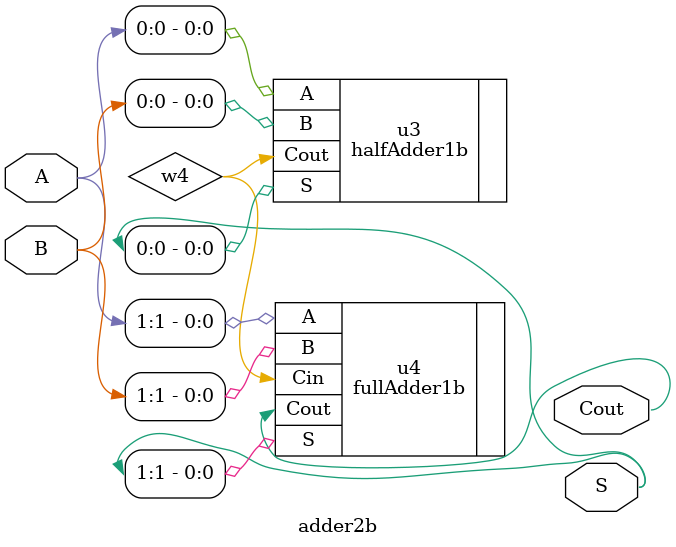
<source format=v>
module adder2b (
	input [1:0] A,
	input [1:0] B,
	output [1:0] S,
	output Cout
);
	wire w4;
	halfAdder1b u3 (
		.A(A[0]),
		.B(B[0]),
		.S(S[0]),
		.Cout(w4)
	);
	fullAdder1b u4 (
		.A(A[1]),
		.B(B[1]),
		.Cin(w4),
		.S(S[1]),
		.Cout(Cout)
	);
endmodule

</source>
